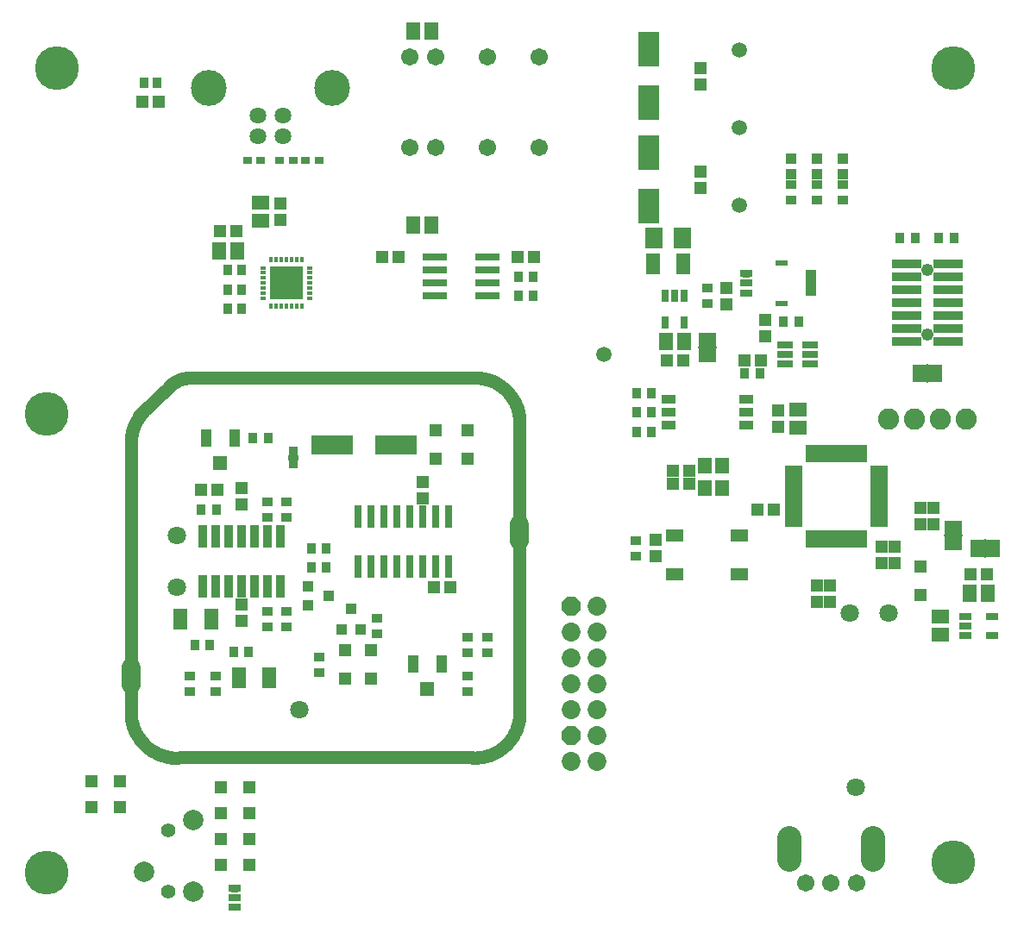
<source format=gbr>
G04 EAGLE Gerber RS-274X export*
G75*
%MOMM*%
%FSLAX34Y34*%
%LPD*%
%INSoldermask Top*%
%IPPOS*%
%AMOC8*
5,1,8,0,0,1.08239X$1,22.5*%
G01*
%ADD10C,4.303200*%
%ADD11R,1.762000X0.483200*%
%ADD12R,0.483200X1.762000*%
%ADD13R,1.803200X1.203200*%
%ADD14R,1.403200X1.603200*%
%ADD15R,1.153200X1.203200*%
%ADD16R,2.993200X0.943200*%
%ADD17C,1.223200*%
%ADD18R,1.092200X0.812800*%
%ADD19R,1.203200X1.153200*%
%ADD20R,1.653200X1.353200*%
%ADD21R,1.473200X0.963200*%
%ADD22R,0.812800X1.092200*%
%ADD23R,1.371600X1.803400*%
%ADD24R,0.152400X1.828800*%
%ADD25R,0.903200X1.103200*%
%ADD26R,0.903200X0.703200*%
%ADD27R,1.353200X1.653200*%
%ADD28R,0.300000X0.600000*%
%ADD29R,0.600000X0.300000*%
%ADD30R,3.302000X3.302000*%
%ADD31R,0.990600X0.990600*%
%ADD32R,1.353200X2.003200*%
%ADD33R,1.803200X2.003200*%
%ADD34R,1.803400X1.371600*%
%ADD35R,1.828800X0.152400*%
%ADD36R,1.303200X0.803200*%
%ADD37R,1.303200X1.303200*%
%ADD38R,1.615000X0.792700*%
%ADD39C,1.711200*%
%ADD40R,2.403200X0.803200*%
%ADD41R,0.803200X1.303200*%
%ADD42R,0.805100X2.171700*%
%ADD43R,0.784700X2.174800*%
%ADD44C,3.519200*%
%ADD45C,1.631200*%
%ADD46C,1.300000*%
%ADD47C,1.853200*%
%ADD48R,2.123400X3.368500*%
%ADD49C,1.511200*%
%ADD50C,2.387600*%
%ADD51R,1.093200X1.753200*%
%ADD52R,1.473200X1.473200*%
%ADD53R,1.103200X1.003200*%
%ADD54R,1.219200X0.711200*%
%ADD55R,0.762000X0.508000*%
%ADD56R,1.003200X1.103200*%
%ADD57R,1.053200X0.503200*%
%ADD58R,1.153200X0.603200*%
%ADD59C,2.082800*%
%ADD60C,1.803200*%
%ADD61P,2.005885X8X292.500000*%
%ADD62C,1.853200*%
%ADD63C,1.403200*%
%ADD64C,2.003200*%
%ADD65R,4.168500X1.823400*%
%ADD66R,0.965200X0.965200*%
%ADD67R,1.016000X0.508000*%


D10*
X60000Y840000D03*
X940000Y840000D03*
X940000Y60000D03*
X50000Y50000D03*
X50000Y500000D03*
D11*
X783717Y446600D03*
X783717Y441600D03*
X783717Y436600D03*
X783717Y431600D03*
X783717Y426600D03*
X783717Y421600D03*
X783717Y416600D03*
X783717Y411600D03*
X783717Y406600D03*
X783717Y401600D03*
X783717Y396600D03*
X783717Y391600D03*
D12*
X798000Y377317D03*
X803000Y377317D03*
X808000Y377317D03*
X813000Y377317D03*
X818000Y377317D03*
X823000Y377317D03*
X828000Y377317D03*
X833000Y377317D03*
X838000Y377317D03*
X843000Y377317D03*
X848000Y377317D03*
X853000Y377317D03*
D11*
X867283Y391600D03*
X867283Y396600D03*
X867283Y401600D03*
X867283Y406600D03*
X867283Y411600D03*
X867283Y416600D03*
X867283Y421600D03*
X867283Y426600D03*
X867283Y431600D03*
X867283Y436600D03*
X867283Y441600D03*
X867283Y446600D03*
D12*
X853000Y460883D03*
X848000Y460883D03*
X843000Y460883D03*
X838000Y460883D03*
X833000Y460883D03*
X828000Y460883D03*
X823000Y460883D03*
X818000Y460883D03*
X813000Y460883D03*
X808000Y460883D03*
X803000Y460883D03*
X798000Y460883D03*
D13*
X666500Y380950D03*
X730500Y380950D03*
X666500Y342950D03*
X730500Y342950D03*
D14*
X713350Y427150D03*
X713350Y449150D03*
X696350Y449150D03*
X696350Y427150D03*
D15*
X681100Y444500D03*
X665100Y444500D03*
X681100Y431800D03*
X665100Y431800D03*
D16*
X934750Y596900D03*
X894050Y596900D03*
X934750Y609600D03*
X894050Y609600D03*
X934750Y622300D03*
X894050Y622300D03*
X934750Y635000D03*
X894050Y635000D03*
X934750Y647700D03*
X894050Y647700D03*
X934750Y571500D03*
X894050Y571500D03*
X934750Y584200D03*
X894050Y584200D03*
D17*
X914400Y641350D03*
X914400Y577850D03*
D18*
X628650Y375793D03*
X628650Y360807D03*
D19*
X768350Y487300D03*
X768350Y503300D03*
X819150Y331850D03*
X819150Y315850D03*
X806450Y331850D03*
X806450Y315850D03*
D15*
X763650Y406400D03*
X747650Y406400D03*
D20*
X787400Y486300D03*
X787400Y504300D03*
D19*
X869950Y369950D03*
X869950Y353950D03*
X647700Y360300D03*
X647700Y376300D03*
D21*
X660400Y514350D03*
X736600Y514350D03*
X660400Y501650D03*
X736600Y501650D03*
X660400Y488950D03*
X736600Y488950D03*
D22*
X644093Y482600D03*
X629107Y482600D03*
X644093Y501650D03*
X629107Y501650D03*
X644093Y520700D03*
X629107Y520700D03*
D23*
X922020Y539750D03*
X906780Y539750D03*
D24*
X914400Y539750D03*
D19*
X882650Y369950D03*
X882650Y353950D03*
D22*
X940943Y673100D03*
X925957Y673100D03*
X902843Y673100D03*
X887857Y673100D03*
D25*
X228450Y603250D03*
X241450Y603250D03*
D26*
X260497Y749300D03*
X247503Y749300D03*
X304653Y749300D03*
X317647Y749300D03*
X292247Y749300D03*
X279253Y749300D03*
D15*
X236600Y679450D03*
X220600Y679450D03*
D27*
X237600Y660400D03*
X219600Y660400D03*
D25*
X228450Y641350D03*
X241450Y641350D03*
X241450Y622300D03*
X228450Y622300D03*
D22*
X513207Y615950D03*
X528193Y615950D03*
X513207Y635000D03*
X528193Y635000D03*
D19*
X279400Y690500D03*
X279400Y706500D03*
D20*
X260350Y689500D03*
X260350Y707500D03*
D28*
X300750Y651650D03*
X295750Y651650D03*
X290750Y651650D03*
X285750Y651650D03*
X280750Y651650D03*
X275750Y651650D03*
X270750Y651650D03*
D29*
X262750Y643650D03*
X262750Y638650D03*
X262750Y633650D03*
X262750Y628650D03*
X262750Y623650D03*
X262750Y618650D03*
X262750Y613650D03*
D28*
X270750Y605650D03*
X275750Y605650D03*
X280750Y605650D03*
X285750Y605650D03*
X290750Y605650D03*
X295750Y605650D03*
X300750Y605650D03*
D29*
X308750Y613650D03*
X308750Y618650D03*
X308750Y623650D03*
X308750Y628650D03*
X308750Y633650D03*
X308750Y638650D03*
X308750Y643650D03*
D30*
X285750Y628650D03*
D31*
X781050Y735457D03*
X781050Y750443D03*
X831850Y735457D03*
X831850Y750443D03*
D32*
X675400Y647700D03*
X645400Y647700D03*
D33*
X674400Y673100D03*
X646400Y673100D03*
D34*
X698500Y572770D03*
X698500Y557530D03*
D35*
X698500Y565150D03*
D36*
X952200Y301600D03*
X952200Y292100D03*
X952200Y282600D03*
X978200Y282600D03*
X978200Y301600D03*
D15*
X973200Y342900D03*
X957200Y342900D03*
D19*
X717550Y607950D03*
X717550Y623950D03*
D18*
X698500Y608457D03*
X698500Y623443D03*
D37*
X908050Y322550D03*
X908050Y350550D03*
D23*
X963930Y368300D03*
X979170Y368300D03*
D24*
X971550Y368300D03*
D25*
X158900Y825500D03*
X145900Y825500D03*
D15*
X160400Y806450D03*
X144400Y806450D03*
D38*
X799872Y549300D03*
X799872Y558800D03*
X799872Y568300D03*
X774928Y568300D03*
X774928Y558800D03*
X774928Y549300D03*
D15*
X750950Y552450D03*
X734950Y552450D03*
D22*
X750443Y539750D03*
X735457Y539750D03*
D19*
X755650Y576200D03*
X755650Y592200D03*
D39*
X431800Y762000D03*
X406400Y762000D03*
X482600Y762000D03*
X533400Y762000D03*
X431800Y850900D03*
X406400Y850900D03*
X482600Y850900D03*
X533400Y850900D03*
D19*
X692150Y722250D03*
X692150Y738250D03*
X692150Y823850D03*
X692150Y839850D03*
D40*
X431200Y641350D03*
X483200Y641350D03*
X431200Y654050D03*
X431200Y628650D03*
X431200Y615950D03*
X483200Y654050D03*
X483200Y628650D03*
X483200Y615950D03*
D15*
X395350Y654050D03*
X379350Y654050D03*
X512700Y654050D03*
X528700Y654050D03*
D41*
X676250Y616250D03*
X666750Y616250D03*
X657250Y616250D03*
X657250Y590250D03*
X676250Y590250D03*
D15*
X674750Y552450D03*
X658750Y552450D03*
D42*
X203200Y330866D03*
X215900Y330866D03*
X228600Y330866D03*
X241300Y330866D03*
X254000Y330866D03*
X266700Y330866D03*
X279400Y330866D03*
X279400Y380334D03*
X266700Y380334D03*
X254000Y380334D03*
X241300Y380334D03*
X228600Y380334D03*
X215900Y380334D03*
X203200Y380334D03*
D22*
X248793Y266700D03*
X233807Y266700D03*
X195707Y273050D03*
X210693Y273050D03*
D18*
X190500Y242443D03*
X190500Y227457D03*
D43*
X355600Y349933D03*
X368300Y349933D03*
X381000Y349933D03*
X393700Y349933D03*
X406400Y349933D03*
X419100Y349933D03*
X431800Y349933D03*
X444500Y349933D03*
X444500Y399367D03*
X431800Y399367D03*
X419100Y399367D03*
X406400Y399367D03*
X393700Y399367D03*
X381000Y399367D03*
X368300Y399367D03*
X355600Y399367D03*
D22*
X217043Y406400D03*
X202057Y406400D03*
D19*
X241300Y427100D03*
X241300Y411100D03*
X241300Y312800D03*
X241300Y296800D03*
D15*
X446150Y330200D03*
X430150Y330200D03*
D19*
X419100Y417450D03*
X419100Y433450D03*
D31*
X806450Y735457D03*
X806450Y750443D03*
D44*
X330200Y820000D03*
X209800Y820000D03*
D45*
X282500Y772900D03*
X282500Y792900D03*
X257500Y772900D03*
X257500Y792900D03*
D18*
X215900Y242443D03*
X215900Y227457D03*
D46*
X514334Y203964D02*
X514350Y492252D01*
X514334Y203964D02*
X514251Y202900D01*
X514142Y201839D01*
X514007Y200780D01*
X513847Y199725D01*
X513662Y198674D01*
X513451Y197628D01*
X513215Y196587D01*
X512954Y195553D01*
X512667Y194525D01*
X512357Y193504D01*
X512021Y192491D01*
X511661Y191486D01*
X511277Y190491D01*
X510870Y189505D01*
X510438Y188529D01*
X509983Y187563D01*
X509505Y186610D01*
X509003Y185667D01*
X508480Y184738D01*
X507934Y183821D01*
X507365Y182918D01*
X506776Y182028D01*
X506165Y181154D01*
X505533Y180294D01*
X504880Y179449D01*
X504207Y178621D01*
X503515Y177809D01*
X502802Y177015D01*
X502071Y176237D01*
X501322Y175478D01*
X500554Y174737D01*
X499769Y174014D01*
X498966Y173311D01*
X498146Y172628D01*
X497311Y171964D01*
X496459Y171321D01*
X495592Y170699D01*
X494711Y170097D01*
X493815Y169518D01*
X492905Y168960D01*
X491983Y168424D01*
X491047Y167910D01*
X490100Y167420D01*
X489140Y166952D01*
X488170Y166508D01*
X487189Y166087D01*
X486199Y165690D01*
X485199Y165317D01*
X484190Y164969D01*
X483174Y164645D01*
X482150Y164345D01*
X481118Y164071D01*
X480081Y163821D01*
X479038Y163597D01*
X477989Y163398D01*
X476936Y163224D01*
X475880Y163076D01*
X474820Y162953D01*
X473757Y162856D01*
X472692Y162784D01*
X471626Y162739D01*
X470559Y162719D01*
X469492Y162725D01*
X468426Y162757D01*
X467360Y162814D01*
X514350Y492252D02*
X514337Y493320D01*
X514298Y494386D01*
X514232Y495452D01*
X514140Y496516D01*
X514023Y497577D01*
X513879Y498635D01*
X513709Y499689D01*
X513514Y500738D01*
X513293Y501783D01*
X513046Y502821D01*
X512774Y503854D01*
X512477Y504879D01*
X512154Y505897D01*
X511807Y506906D01*
X511435Y507907D01*
X511038Y508898D01*
X510618Y509880D01*
X510173Y510850D01*
X509705Y511810D01*
X509213Y512757D01*
X508698Y513692D01*
X508161Y514615D01*
X507601Y515524D01*
X507019Y516419D01*
X506415Y517299D01*
X505789Y518164D01*
X505143Y519014D01*
X504476Y519847D01*
X503788Y520664D01*
X503081Y521464D01*
X502354Y522246D01*
X501609Y523010D01*
X500845Y523756D01*
X500062Y524482D01*
X499263Y525189D01*
X498446Y525877D01*
X497612Y526544D01*
X496763Y527190D01*
X495897Y527816D01*
X495017Y528420D01*
X494122Y529002D01*
X493213Y529562D01*
X492291Y530099D01*
X491355Y530614D01*
X490408Y531106D01*
X489448Y531574D01*
X488478Y532019D01*
X487496Y532439D01*
X486505Y532836D01*
X485504Y533208D01*
X484495Y533555D01*
X483477Y533877D01*
X482452Y534175D01*
X481419Y534447D01*
X480381Y534693D01*
X479336Y534914D01*
X478287Y535110D01*
X477233Y535279D01*
X476175Y535423D01*
X475114Y535541D01*
X474050Y535632D01*
X472984Y535698D01*
X471918Y535737D01*
X470850Y535750D01*
X133350Y478750D02*
X133096Y201676D01*
X195580Y535940D02*
X471350Y535750D01*
X467360Y162814D02*
X181102Y162814D01*
X140716Y498348D02*
X173220Y529241D01*
X145104Y502004D02*
X144426Y501320D01*
X143765Y500620D01*
X143121Y499904D01*
X142495Y499173D01*
X141885Y498427D01*
X141294Y497667D01*
X140721Y496893D01*
X140167Y496106D01*
X139632Y495305D01*
X139116Y494492D01*
X138620Y493667D01*
X138143Y492830D01*
X137687Y491982D01*
X137251Y491124D01*
X136835Y490255D01*
X136441Y489377D01*
X136067Y488489D01*
X135715Y487593D01*
X135385Y486689D01*
X135076Y485777D01*
X134789Y484858D01*
X134523Y483932D01*
X134281Y483000D01*
X134060Y482063D01*
X133862Y481120D01*
X133686Y480174D01*
X133534Y479223D01*
X133404Y478269D01*
X133296Y477312D01*
X133212Y476353D01*
X133150Y475392D01*
X133112Y474430D01*
X133096Y473467D01*
X133104Y472504D01*
X170097Y526654D02*
X170602Y527168D01*
X171119Y527671D01*
X171649Y528160D01*
X172190Y528636D01*
X172743Y529099D01*
X173307Y529549D01*
X173881Y529984D01*
X174467Y530405D01*
X175062Y530812D01*
X175667Y531205D01*
X176281Y531582D01*
X176905Y531944D01*
X177537Y532291D01*
X178177Y532622D01*
X178825Y532938D01*
X179481Y533238D01*
X180144Y533521D01*
X180814Y533789D01*
X181490Y534040D01*
X182172Y534274D01*
X182859Y534491D01*
X183552Y534692D01*
X184249Y534876D01*
X184950Y535043D01*
X185656Y535192D01*
X186364Y535325D01*
X187076Y535440D01*
X187791Y535537D01*
X188507Y535617D01*
X189225Y535680D01*
X189945Y535725D01*
X190666Y535752D01*
X191387Y535762D01*
X192108Y535754D01*
X192828Y535729D01*
X193548Y535686D01*
X132842Y207010D02*
X132874Y205918D01*
X132932Y204827D01*
X133016Y203737D01*
X133127Y202650D01*
X133264Y201566D01*
X133427Y200485D01*
X133616Y199409D01*
X133831Y198338D01*
X134072Y197272D01*
X134339Y196212D01*
X134631Y195159D01*
X134948Y194114D01*
X135291Y193076D01*
X135658Y192047D01*
X136051Y191027D01*
X136468Y190017D01*
X136909Y189018D01*
X137374Y188029D01*
X137863Y187052D01*
X138375Y186086D01*
X138911Y185134D01*
X139469Y184195D01*
X140050Y183269D01*
X140653Y182358D01*
X141278Y181462D01*
X141925Y180581D01*
X142593Y179716D01*
X143281Y178867D01*
X143989Y178035D01*
X144718Y177221D01*
X145466Y176424D01*
X146233Y175646D01*
X147018Y174886D01*
X147822Y174146D01*
X148644Y173425D01*
X149482Y172725D01*
X150337Y172045D01*
X151209Y171385D01*
X152096Y170747D01*
X152998Y170131D01*
X153915Y169536D01*
X154846Y168964D01*
X155790Y168415D01*
X156748Y167888D01*
X157718Y167385D01*
X158700Y166905D01*
X159693Y166450D01*
X160697Y166018D01*
X161711Y165611D01*
X162734Y165228D01*
X163767Y164870D01*
X164808Y164538D01*
X165856Y164230D01*
X166912Y163948D01*
X167974Y163692D01*
X169042Y163461D01*
X170115Y163256D01*
X171193Y163077D01*
X172275Y162925D01*
X173361Y162798D01*
X174449Y162698D01*
X175539Y162624D01*
X176631Y162576D01*
X177723Y162555D01*
X178816Y162560D01*
D47*
X133350Y234500D02*
X133350Y251000D01*
X514350Y375500D02*
X514350Y392000D01*
D22*
X788543Y590550D03*
X773557Y590550D03*
D48*
X641350Y704000D03*
X641350Y756500D03*
X641350Y805600D03*
X641350Y858100D03*
D49*
X730250Y704850D03*
X730250Y781050D03*
X730250Y857250D03*
X596900Y558800D03*
D39*
X845000Y40000D03*
X795000Y40000D03*
X820000Y40000D03*
D50*
X861000Y62078D02*
X861000Y83922D01*
X779000Y83922D02*
X779000Y62078D01*
D19*
X920750Y392050D03*
X920750Y408050D03*
X908050Y392050D03*
X908050Y408050D03*
D34*
X939800Y373380D03*
X939800Y388620D03*
D35*
X939800Y381000D03*
D22*
X310007Y349250D03*
X324993Y349250D03*
X324993Y368300D03*
X310007Y368300D03*
D18*
X463550Y227457D03*
X463550Y242443D03*
D51*
X410100Y254250D03*
X438000Y254250D03*
D52*
X424050Y229850D03*
D18*
X374650Y284607D03*
X374650Y299593D03*
X285750Y305943D03*
X285750Y290957D03*
D53*
X307217Y330848D03*
X307217Y312052D03*
X327283Y321450D03*
D18*
X266700Y305943D03*
X266700Y290957D03*
D54*
X234950Y34925D03*
X234950Y25400D03*
X234950Y15875D03*
D55*
X234950Y33020D03*
D15*
X201550Y425450D03*
X217550Y425450D03*
D56*
X339852Y288417D03*
X358648Y288417D03*
X349250Y308483D03*
D37*
X368300Y240000D03*
X368300Y268000D03*
X342900Y240000D03*
X342900Y268000D03*
D18*
X317500Y246507D03*
X317500Y261493D03*
X463550Y265557D03*
X463550Y280543D03*
D37*
X248950Y57150D03*
X220950Y57150D03*
X93950Y114300D03*
X121950Y114300D03*
X220950Y82550D03*
X248950Y82550D03*
X93950Y139700D03*
X121950Y139700D03*
X248950Y133350D03*
X220950Y133350D03*
X220950Y107950D03*
X248950Y107950D03*
X463550Y455900D03*
X463550Y483900D03*
X431800Y483900D03*
X431800Y455900D03*
D57*
X800100Y638650D03*
X800100Y633650D03*
X800100Y628650D03*
X800100Y623650D03*
D58*
X771350Y648650D03*
X771350Y608650D03*
D57*
X800100Y618650D03*
D59*
X876300Y495300D03*
X901700Y495300D03*
X927100Y495300D03*
X952500Y495300D03*
D51*
X206900Y476500D03*
X234800Y476500D03*
D52*
X220850Y452100D03*
D22*
X252857Y476250D03*
X267843Y476250D03*
D18*
X266700Y413893D03*
X266700Y398907D03*
X285750Y413893D03*
X285750Y398907D03*
D60*
X177800Y330200D03*
X177800Y381000D03*
X838200Y304800D03*
X298450Y209550D03*
X876300Y304800D03*
D54*
X736600Y638175D03*
X736600Y628650D03*
X736600Y619125D03*
D55*
X736600Y636270D03*
D60*
X844550Y133350D03*
D61*
X565150Y311150D03*
D62*
X565150Y285750D03*
X565150Y260350D03*
X590550Y311150D03*
X590550Y285750D03*
X590550Y260350D03*
X565150Y234950D03*
X590550Y234950D03*
X565150Y209550D03*
X590550Y209550D03*
D61*
X565150Y184150D03*
D62*
X565150Y158750D03*
X590550Y184150D03*
X590550Y158750D03*
D63*
X170000Y31000D03*
X170000Y91000D03*
D64*
X146000Y51000D03*
X194000Y101000D03*
X194000Y31000D03*
D18*
X482600Y265557D03*
X482600Y280543D03*
D65*
X330700Y469900D03*
X393200Y469900D03*
D66*
X292100Y463550D03*
X292100Y450850D03*
D67*
X292100Y457200D03*
D18*
X781050Y710057D03*
X781050Y725043D03*
X831850Y710057D03*
X831850Y725043D03*
X806450Y710057D03*
X806450Y725043D03*
D27*
X675750Y571500D03*
X657750Y571500D03*
X974200Y323850D03*
X956200Y323850D03*
X410100Y876300D03*
X428100Y876300D03*
X410100Y685800D03*
X428100Y685800D03*
D20*
X927100Y301100D03*
X927100Y283100D03*
D32*
X211850Y298450D03*
X181850Y298450D03*
X239000Y241300D03*
X269000Y241300D03*
M02*

</source>
